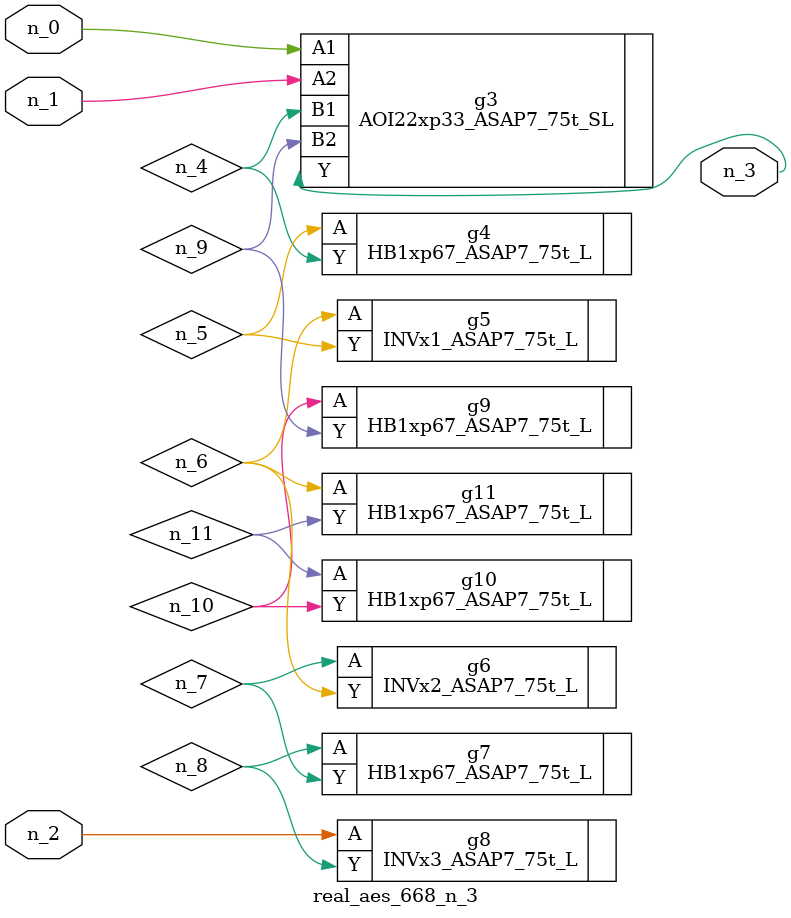
<source format=v>
module real_aes_668_n_3 (n_0, n_2, n_1, n_3);
input n_0;
input n_2;
input n_1;
output n_3;
wire n_4;
wire n_5;
wire n_7;
wire n_9;
wire n_6;
wire n_8;
wire n_10;
wire n_11;
AOI22xp33_ASAP7_75t_SL g3 ( .A1(n_0), .A2(n_1), .B1(n_4), .B2(n_9), .Y(n_3) );
INVx3_ASAP7_75t_L g8 ( .A(n_2), .Y(n_8) );
HB1xp67_ASAP7_75t_L g4 ( .A(n_5), .Y(n_4) );
INVx1_ASAP7_75t_L g5 ( .A(n_6), .Y(n_5) );
HB1xp67_ASAP7_75t_L g11 ( .A(n_6), .Y(n_11) );
INVx2_ASAP7_75t_L g6 ( .A(n_7), .Y(n_6) );
HB1xp67_ASAP7_75t_L g7 ( .A(n_8), .Y(n_7) );
HB1xp67_ASAP7_75t_L g9 ( .A(n_10), .Y(n_9) );
HB1xp67_ASAP7_75t_L g10 ( .A(n_11), .Y(n_10) );
endmodule
</source>
